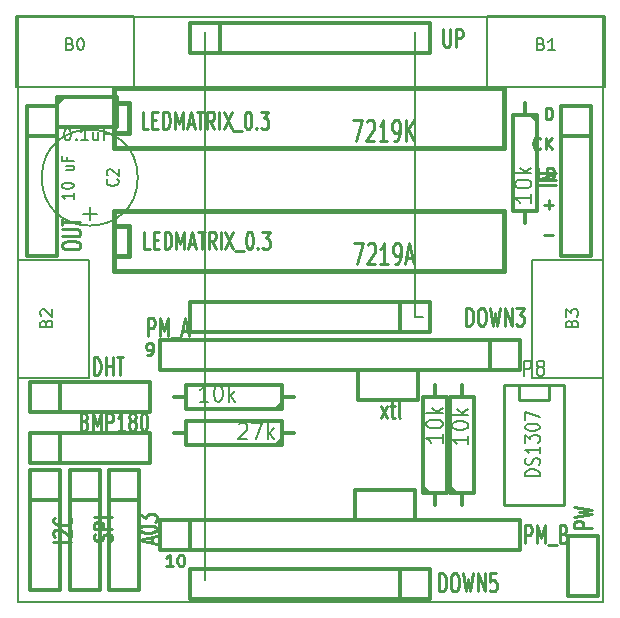
<source format=gto>
G04 (created by PCBNEW (2013-07-07 BZR 4022)-stable) date 01/06/2014 15:28:08*
%MOIN*%
G04 Gerber Fmt 3.4, Leading zero omitted, Abs format*
%FSLAX34Y34*%
G01*
G70*
G90*
G04 APERTURE LIST*
%ADD10C,0.00590551*%
%ADD11C,0.00984252*%
%ADD12C,0.00787402*%
%ADD13C,0.012*%
%ADD14C,0.015*%
%ADD15C,0.008*%
%ADD16C,0.01*%
%ADD17C,0.01125*%
G04 APERTURE END LIST*
G54D10*
G54D11*
X76856Y-32489D02*
X76669Y-32489D01*
X76669Y-31898D01*
X76987Y-32179D02*
X77118Y-32179D01*
X77175Y-32489D02*
X76987Y-32489D01*
X76987Y-31898D01*
X77175Y-31898D01*
X77343Y-32489D02*
X77343Y-31898D01*
X77437Y-31898D01*
X77493Y-31926D01*
X77531Y-31982D01*
X77550Y-32039D01*
X77568Y-32151D01*
X77568Y-32235D01*
X77550Y-32348D01*
X77531Y-32404D01*
X77493Y-32460D01*
X77437Y-32489D01*
X77343Y-32489D01*
X77737Y-32489D02*
X77737Y-31898D01*
X77868Y-32320D01*
X78000Y-31898D01*
X78000Y-32489D01*
X78168Y-32320D02*
X78356Y-32320D01*
X78131Y-32489D02*
X78262Y-31898D01*
X78393Y-32489D01*
X78468Y-31898D02*
X78693Y-31898D01*
X78581Y-32489D02*
X78581Y-31898D01*
X79049Y-32489D02*
X78918Y-32207D01*
X78824Y-32489D02*
X78824Y-31898D01*
X78974Y-31898D01*
X79012Y-31926D01*
X79031Y-31954D01*
X79049Y-32010D01*
X79049Y-32095D01*
X79031Y-32151D01*
X79012Y-32179D01*
X78974Y-32207D01*
X78824Y-32207D01*
X79218Y-32489D02*
X79218Y-31898D01*
X79368Y-31898D02*
X79631Y-32489D01*
X79631Y-31898D02*
X79368Y-32489D01*
X79687Y-32545D02*
X79987Y-32545D01*
X80156Y-31898D02*
X80193Y-31898D01*
X80231Y-31926D01*
X80249Y-31954D01*
X80268Y-32010D01*
X80287Y-32123D01*
X80287Y-32264D01*
X80268Y-32376D01*
X80249Y-32432D01*
X80231Y-32460D01*
X80193Y-32489D01*
X80156Y-32489D01*
X80118Y-32460D01*
X80099Y-32432D01*
X80081Y-32376D01*
X80062Y-32264D01*
X80062Y-32123D01*
X80081Y-32010D01*
X80099Y-31954D01*
X80118Y-31926D01*
X80156Y-31898D01*
X80456Y-32432D02*
X80474Y-32460D01*
X80456Y-32489D01*
X80437Y-32460D01*
X80456Y-32432D01*
X80456Y-32489D01*
X80606Y-31898D02*
X80849Y-31898D01*
X80718Y-32123D01*
X80774Y-32123D01*
X80812Y-32151D01*
X80830Y-32179D01*
X80849Y-32235D01*
X80849Y-32376D01*
X80830Y-32432D01*
X80812Y-32460D01*
X80774Y-32489D01*
X80662Y-32489D01*
X80624Y-32460D01*
X80606Y-32432D01*
X76825Y-40009D02*
X76900Y-40009D01*
X76937Y-39990D01*
X76956Y-39971D01*
X76993Y-39915D01*
X77012Y-39840D01*
X77012Y-39690D01*
X76993Y-39653D01*
X76974Y-39634D01*
X76937Y-39615D01*
X76862Y-39615D01*
X76825Y-39634D01*
X76806Y-39653D01*
X76787Y-39690D01*
X76787Y-39784D01*
X76806Y-39821D01*
X76825Y-39840D01*
X76862Y-39859D01*
X76937Y-39859D01*
X76974Y-39840D01*
X76993Y-39821D01*
X77012Y-39784D01*
X77675Y-47059D02*
X77450Y-47059D01*
X77562Y-47059D02*
X77562Y-46665D01*
X77525Y-46721D01*
X77487Y-46759D01*
X77450Y-46778D01*
X77918Y-46665D02*
X77956Y-46665D01*
X77993Y-46684D01*
X78012Y-46703D01*
X78031Y-46740D01*
X78049Y-46815D01*
X78049Y-46909D01*
X78031Y-46984D01*
X78012Y-47021D01*
X77993Y-47040D01*
X77956Y-47059D01*
X77918Y-47059D01*
X77881Y-47040D01*
X77862Y-47021D01*
X77843Y-46984D01*
X77824Y-46909D01*
X77824Y-46815D01*
X77843Y-46740D01*
X77862Y-46703D01*
X77881Y-46684D01*
X77918Y-46665D01*
X90349Y-36009D02*
X90050Y-36009D01*
X90349Y-35009D02*
X90050Y-35009D01*
X90199Y-35159D02*
X90199Y-34859D01*
X90025Y-34159D02*
X89837Y-34159D01*
X89837Y-33765D01*
X90156Y-34159D02*
X90156Y-33765D01*
X90249Y-33765D01*
X90306Y-33784D01*
X90343Y-33821D01*
X90362Y-33859D01*
X90381Y-33934D01*
X90381Y-33990D01*
X90362Y-34065D01*
X90343Y-34103D01*
X90306Y-34140D01*
X90249Y-34159D01*
X90156Y-34159D01*
X89925Y-33121D02*
X89906Y-33140D01*
X89850Y-33159D01*
X89812Y-33159D01*
X89756Y-33140D01*
X89718Y-33103D01*
X89700Y-33065D01*
X89681Y-32990D01*
X89681Y-32934D01*
X89700Y-32859D01*
X89718Y-32821D01*
X89756Y-32784D01*
X89812Y-32765D01*
X89850Y-32765D01*
X89906Y-32784D01*
X89925Y-32803D01*
X90093Y-33159D02*
X90093Y-32765D01*
X90318Y-33159D02*
X90149Y-32934D01*
X90318Y-32765D02*
X90093Y-32990D01*
X90096Y-32159D02*
X90096Y-31765D01*
X90190Y-31765D01*
X90246Y-31784D01*
X90284Y-31821D01*
X90303Y-31859D01*
X90321Y-31934D01*
X90321Y-31990D01*
X90303Y-32065D01*
X90284Y-32103D01*
X90246Y-32140D01*
X90190Y-32159D01*
X90096Y-32159D01*
X76906Y-36489D02*
X76719Y-36489D01*
X76719Y-35898D01*
X77037Y-36179D02*
X77168Y-36179D01*
X77225Y-36489D02*
X77037Y-36489D01*
X77037Y-35898D01*
X77225Y-35898D01*
X77393Y-36489D02*
X77393Y-35898D01*
X77487Y-35898D01*
X77543Y-35926D01*
X77581Y-35982D01*
X77600Y-36039D01*
X77618Y-36151D01*
X77618Y-36235D01*
X77600Y-36348D01*
X77581Y-36404D01*
X77543Y-36460D01*
X77487Y-36489D01*
X77393Y-36489D01*
X77787Y-36489D02*
X77787Y-35898D01*
X77918Y-36320D01*
X78050Y-35898D01*
X78050Y-36489D01*
X78218Y-36320D02*
X78406Y-36320D01*
X78181Y-36489D02*
X78312Y-35898D01*
X78443Y-36489D01*
X78518Y-35898D02*
X78743Y-35898D01*
X78631Y-36489D02*
X78631Y-35898D01*
X79099Y-36489D02*
X78968Y-36207D01*
X78874Y-36489D02*
X78874Y-35898D01*
X79024Y-35898D01*
X79062Y-35926D01*
X79081Y-35954D01*
X79099Y-36010D01*
X79099Y-36095D01*
X79081Y-36151D01*
X79062Y-36179D01*
X79024Y-36207D01*
X78874Y-36207D01*
X79268Y-36489D02*
X79268Y-35898D01*
X79418Y-35898D02*
X79681Y-36489D01*
X79681Y-35898D02*
X79418Y-36489D01*
X79737Y-36545D02*
X80037Y-36545D01*
X80206Y-35898D02*
X80243Y-35898D01*
X80281Y-35926D01*
X80299Y-35954D01*
X80318Y-36010D01*
X80337Y-36123D01*
X80337Y-36264D01*
X80318Y-36376D01*
X80299Y-36432D01*
X80281Y-36460D01*
X80243Y-36489D01*
X80206Y-36489D01*
X80168Y-36460D01*
X80149Y-36432D01*
X80131Y-36376D01*
X80112Y-36264D01*
X80112Y-36123D01*
X80131Y-36010D01*
X80149Y-35954D01*
X80168Y-35926D01*
X80206Y-35898D01*
X80506Y-36432D02*
X80524Y-36460D01*
X80506Y-36489D01*
X80487Y-36460D01*
X80506Y-36432D01*
X80506Y-36489D01*
X80656Y-35898D02*
X80899Y-35898D01*
X80768Y-36123D01*
X80824Y-36123D01*
X80862Y-36151D01*
X80880Y-36179D01*
X80899Y-36235D01*
X80899Y-36376D01*
X80880Y-36432D01*
X80862Y-36460D01*
X80824Y-36489D01*
X80712Y-36489D01*
X80674Y-36460D01*
X80656Y-36432D01*
G54D12*
X92000Y-28750D02*
X72500Y-28750D01*
X92000Y-48250D02*
X92000Y-28750D01*
X72500Y-48250D02*
X92000Y-48250D01*
X72500Y-28750D02*
X72500Y-48250D01*
X85750Y-38750D02*
X86000Y-38750D01*
X85750Y-29250D02*
X85750Y-38750D01*
X78750Y-29250D02*
X78750Y-47500D01*
G54D13*
X78250Y-28950D02*
X86250Y-28950D01*
X86250Y-28950D02*
X86250Y-29950D01*
X86250Y-29950D02*
X78250Y-29950D01*
X78250Y-29950D02*
X78250Y-28950D01*
X79250Y-29950D02*
X79250Y-28950D01*
X86250Y-48150D02*
X78250Y-48150D01*
X78250Y-48150D02*
X78250Y-47150D01*
X78250Y-47150D02*
X86250Y-47150D01*
X86250Y-47150D02*
X86250Y-48150D01*
X85250Y-47150D02*
X85250Y-48150D01*
X89400Y-31600D02*
X89400Y-32000D01*
X89400Y-32000D02*
X89800Y-32000D01*
X89800Y-32000D02*
X89800Y-35200D01*
X89800Y-35200D02*
X89000Y-35200D01*
X89000Y-35200D02*
X89000Y-32000D01*
X89000Y-32000D02*
X89400Y-32000D01*
X89600Y-32000D02*
X89800Y-32200D01*
X89400Y-35600D02*
X89400Y-35200D01*
X81700Y-42600D02*
X81300Y-42600D01*
X81300Y-42600D02*
X81300Y-43000D01*
X81300Y-43000D02*
X78100Y-43000D01*
X78100Y-43000D02*
X78100Y-42200D01*
X78100Y-42200D02*
X81300Y-42200D01*
X81300Y-42200D02*
X81300Y-42600D01*
X81300Y-42800D02*
X81100Y-43000D01*
X77700Y-42600D02*
X78100Y-42600D01*
G54D14*
X75700Y-31600D02*
X76200Y-31600D01*
X76200Y-31600D02*
X76200Y-32600D01*
X76200Y-32600D02*
X75700Y-32600D01*
X75700Y-32600D02*
X75700Y-32600D01*
X75700Y-31100D02*
X88700Y-31100D01*
X88700Y-31100D02*
X88700Y-33100D01*
X88700Y-33100D02*
X75700Y-33100D01*
X75700Y-33100D02*
X75700Y-31100D01*
G54D15*
X76500Y-34100D02*
G75*
G03X76500Y-34100I-1600J0D01*
G74*
G01*
G54D13*
X73820Y-31400D02*
X75800Y-31400D01*
X75800Y-31400D02*
X75800Y-32400D01*
X75800Y-32400D02*
X73800Y-32400D01*
X73800Y-32400D02*
X73800Y-31400D01*
X73800Y-31650D02*
X74050Y-31400D01*
X86250Y-39250D02*
X78250Y-39250D01*
X78250Y-39250D02*
X78250Y-38250D01*
X78250Y-38250D02*
X86250Y-38250D01*
X86250Y-38250D02*
X86250Y-39250D01*
X85250Y-38250D02*
X85250Y-39250D01*
X77250Y-46500D02*
X77250Y-46500D01*
X77250Y-46500D02*
X77250Y-45500D01*
X77250Y-45500D02*
X87250Y-45500D01*
X87250Y-46500D02*
X77250Y-46500D01*
X78250Y-46500D02*
X78250Y-45500D01*
X87250Y-45500D02*
X89000Y-45500D01*
X89000Y-45500D02*
X89250Y-45500D01*
X89250Y-45500D02*
X89250Y-46500D01*
X89250Y-46500D02*
X87250Y-46500D01*
X89250Y-39500D02*
X89250Y-39500D01*
X89250Y-39500D02*
X89250Y-40500D01*
X89250Y-40500D02*
X79250Y-40500D01*
X79250Y-39500D02*
X89250Y-39500D01*
X88250Y-39500D02*
X88250Y-40500D01*
X79250Y-40500D02*
X77500Y-40500D01*
X77500Y-40500D02*
X77250Y-40500D01*
X77250Y-40500D02*
X77250Y-39500D01*
X77250Y-39500D02*
X79250Y-39500D01*
G54D14*
X75700Y-35700D02*
X76200Y-35700D01*
X76200Y-35700D02*
X76200Y-36700D01*
X76200Y-36700D02*
X75700Y-36700D01*
X75700Y-36700D02*
X75700Y-36700D01*
X75700Y-35200D02*
X88700Y-35200D01*
X88700Y-35200D02*
X88700Y-37200D01*
X88700Y-37200D02*
X75700Y-37200D01*
X75700Y-37200D02*
X75700Y-35200D01*
G54D13*
X72900Y-42600D02*
X72900Y-42600D01*
X72900Y-43600D02*
X72900Y-42600D01*
X72900Y-42600D02*
X72900Y-42600D01*
X72900Y-42600D02*
X76900Y-42600D01*
X76900Y-42600D02*
X76900Y-43600D01*
X76900Y-43600D02*
X72900Y-43600D01*
X73900Y-43600D02*
X73900Y-42600D01*
X83750Y-45500D02*
X83750Y-44500D01*
X83750Y-44500D02*
X85750Y-44500D01*
X85750Y-44500D02*
X85750Y-45500D01*
X85750Y-45500D02*
X83750Y-45500D01*
X81700Y-41400D02*
X81300Y-41400D01*
X81300Y-41400D02*
X81300Y-41800D01*
X81300Y-41800D02*
X78100Y-41800D01*
X78100Y-41800D02*
X78100Y-41000D01*
X78100Y-41000D02*
X81300Y-41000D01*
X81300Y-41000D02*
X81300Y-41400D01*
X81300Y-41600D02*
X81100Y-41800D01*
X77700Y-41400D02*
X78100Y-41400D01*
X87300Y-45000D02*
X87300Y-44600D01*
X87300Y-44600D02*
X86900Y-44600D01*
X86900Y-44600D02*
X86900Y-41400D01*
X86900Y-41400D02*
X87700Y-41400D01*
X87700Y-41400D02*
X87700Y-44600D01*
X87700Y-44600D02*
X87300Y-44600D01*
X87100Y-44600D02*
X86900Y-44400D01*
X87300Y-41000D02*
X87300Y-41400D01*
X86400Y-45000D02*
X86400Y-44600D01*
X86400Y-44600D02*
X86000Y-44600D01*
X86000Y-44600D02*
X86000Y-41400D01*
X86000Y-41400D02*
X86800Y-41400D01*
X86800Y-41400D02*
X86800Y-44600D01*
X86800Y-44600D02*
X86400Y-44600D01*
X86200Y-44600D02*
X86000Y-44400D01*
X86400Y-41000D02*
X86400Y-41400D01*
G54D16*
X90200Y-41000D02*
X90200Y-41500D01*
X90200Y-41500D02*
X89200Y-41500D01*
X89200Y-41500D02*
X89200Y-41000D01*
X90700Y-41000D02*
X90700Y-45000D01*
X90700Y-45000D02*
X88700Y-45000D01*
X88700Y-45000D02*
X88700Y-41000D01*
X88700Y-41000D02*
X90700Y-41000D01*
G54D13*
X72900Y-40900D02*
X72900Y-40900D01*
X72900Y-41900D02*
X72900Y-40900D01*
X72900Y-40900D02*
X72900Y-40900D01*
X72900Y-40900D02*
X76900Y-40900D01*
X76900Y-40900D02*
X76900Y-41900D01*
X76900Y-41900D02*
X72900Y-41900D01*
X73900Y-41900D02*
X73900Y-40900D01*
G54D10*
X89634Y-40768D02*
X91996Y-40768D01*
X91996Y-40768D02*
X91996Y-36831D01*
X91996Y-36831D02*
X89634Y-36831D01*
X89634Y-36831D02*
X89634Y-40768D01*
X74865Y-36831D02*
X72503Y-36831D01*
X72503Y-36831D02*
X72503Y-40768D01*
X72503Y-40768D02*
X74865Y-40768D01*
X74865Y-40768D02*
X74865Y-36831D01*
X92068Y-31065D02*
X92068Y-28703D01*
X92068Y-28703D02*
X88131Y-28703D01*
X88131Y-28703D02*
X88131Y-31065D01*
X88131Y-31065D02*
X92068Y-31065D01*
X76368Y-31065D02*
X76368Y-28703D01*
X76368Y-28703D02*
X72431Y-28703D01*
X72431Y-28703D02*
X72431Y-31065D01*
X72431Y-31065D02*
X76368Y-31065D01*
G54D13*
X72800Y-31700D02*
X73800Y-31700D01*
X73800Y-31700D02*
X73800Y-36700D01*
X73800Y-36700D02*
X72800Y-36700D01*
X72800Y-36700D02*
X72800Y-31700D01*
X72800Y-32700D02*
X73800Y-32700D01*
X90600Y-31700D02*
X91600Y-31700D01*
X91600Y-31700D02*
X91600Y-36700D01*
X91600Y-36700D02*
X90600Y-36700D01*
X90600Y-36700D02*
X90600Y-31700D01*
X90600Y-32700D02*
X91600Y-32700D01*
X73900Y-43850D02*
X73900Y-43850D01*
X72900Y-43850D02*
X73900Y-43850D01*
X73900Y-43850D02*
X73900Y-43850D01*
X73900Y-43850D02*
X73900Y-47850D01*
X73900Y-47850D02*
X72900Y-47850D01*
X72900Y-47850D02*
X72900Y-43850D01*
X72900Y-44850D02*
X73900Y-44850D01*
X75250Y-43850D02*
X75250Y-43850D01*
X74250Y-43850D02*
X75250Y-43850D01*
X75250Y-43850D02*
X75250Y-43850D01*
X75250Y-43850D02*
X75250Y-47850D01*
X75250Y-47850D02*
X74250Y-47850D01*
X74250Y-47850D02*
X74250Y-43850D01*
X74250Y-44850D02*
X75250Y-44850D01*
X76550Y-43850D02*
X76550Y-43850D01*
X75550Y-43850D02*
X76550Y-43850D01*
X76550Y-43850D02*
X76550Y-43850D01*
X76550Y-43850D02*
X76550Y-47850D01*
X76550Y-47850D02*
X75550Y-47850D01*
X75550Y-47850D02*
X75550Y-43850D01*
X75550Y-44850D02*
X76550Y-44850D01*
X83850Y-41500D02*
X83850Y-40500D01*
X83850Y-40500D02*
X85850Y-40500D01*
X85850Y-40500D02*
X85850Y-41500D01*
X85850Y-41500D02*
X83850Y-41500D01*
X90850Y-46050D02*
X91850Y-46050D01*
X91850Y-46050D02*
X91850Y-48050D01*
X91850Y-48050D02*
X90850Y-48050D01*
X90850Y-48050D02*
X90850Y-46050D01*
G54D16*
X86685Y-29142D02*
X86685Y-29628D01*
X86704Y-29685D01*
X86723Y-29714D01*
X86761Y-29742D01*
X86838Y-29742D01*
X86876Y-29714D01*
X86895Y-29685D01*
X86914Y-29628D01*
X86914Y-29142D01*
X87104Y-29742D02*
X87104Y-29142D01*
X87257Y-29142D01*
X87295Y-29171D01*
X87314Y-29200D01*
X87333Y-29257D01*
X87333Y-29342D01*
X87314Y-29400D01*
X87295Y-29428D01*
X87257Y-29457D01*
X87104Y-29457D01*
G54D13*
G54D16*
X86557Y-47892D02*
X86557Y-47292D01*
X86652Y-47292D01*
X86709Y-47321D01*
X86747Y-47378D01*
X86766Y-47435D01*
X86785Y-47550D01*
X86785Y-47635D01*
X86766Y-47750D01*
X86747Y-47807D01*
X86709Y-47864D01*
X86652Y-47892D01*
X86557Y-47892D01*
X87033Y-47292D02*
X87109Y-47292D01*
X87147Y-47321D01*
X87185Y-47378D01*
X87204Y-47492D01*
X87204Y-47692D01*
X87185Y-47807D01*
X87147Y-47864D01*
X87109Y-47892D01*
X87033Y-47892D01*
X86995Y-47864D01*
X86957Y-47807D01*
X86938Y-47692D01*
X86938Y-47492D01*
X86957Y-47378D01*
X86995Y-47321D01*
X87033Y-47292D01*
X87338Y-47292D02*
X87433Y-47892D01*
X87509Y-47464D01*
X87585Y-47892D01*
X87680Y-47292D01*
X87833Y-47892D02*
X87833Y-47292D01*
X88061Y-47892D01*
X88061Y-47292D01*
X88442Y-47292D02*
X88252Y-47292D01*
X88233Y-47578D01*
X88252Y-47550D01*
X88290Y-47521D01*
X88385Y-47521D01*
X88423Y-47550D01*
X88442Y-47578D01*
X88461Y-47635D01*
X88461Y-47778D01*
X88442Y-47835D01*
X88423Y-47864D01*
X88385Y-47892D01*
X88290Y-47892D01*
X88252Y-47864D01*
X88233Y-47835D01*
G54D13*
G54D15*
X89622Y-34647D02*
X89622Y-34933D01*
X89622Y-34790D02*
X89072Y-34790D01*
X89151Y-34838D01*
X89203Y-34885D01*
X89229Y-34933D01*
X89072Y-34338D02*
X89072Y-34290D01*
X89098Y-34242D01*
X89125Y-34219D01*
X89177Y-34195D01*
X89282Y-34171D01*
X89413Y-34171D01*
X89517Y-34195D01*
X89570Y-34219D01*
X89596Y-34242D01*
X89622Y-34290D01*
X89622Y-34338D01*
X89596Y-34385D01*
X89570Y-34409D01*
X89517Y-34433D01*
X89413Y-34457D01*
X89282Y-34457D01*
X89177Y-34433D01*
X89125Y-34409D01*
X89098Y-34385D01*
X89072Y-34338D01*
X89622Y-33957D02*
X89072Y-33957D01*
X89413Y-33909D02*
X89622Y-33766D01*
X89255Y-33766D02*
X89465Y-33957D01*
X79866Y-42325D02*
X79890Y-42298D01*
X79938Y-42272D01*
X80057Y-42272D01*
X80104Y-42298D01*
X80128Y-42325D01*
X80152Y-42377D01*
X80152Y-42429D01*
X80128Y-42508D01*
X79842Y-42822D01*
X80152Y-42822D01*
X80319Y-42272D02*
X80652Y-42272D01*
X80438Y-42822D01*
X80842Y-42822D02*
X80842Y-42272D01*
X80890Y-42613D02*
X81033Y-42822D01*
X81033Y-42455D02*
X80842Y-42665D01*
G54D17*
X83682Y-32183D02*
X83982Y-32183D01*
X83789Y-32883D01*
X84132Y-32250D02*
X84153Y-32216D01*
X84196Y-32183D01*
X84303Y-32183D01*
X84346Y-32216D01*
X84367Y-32250D01*
X84389Y-32316D01*
X84389Y-32383D01*
X84367Y-32483D01*
X84110Y-32883D01*
X84389Y-32883D01*
X84817Y-32883D02*
X84560Y-32883D01*
X84689Y-32883D02*
X84689Y-32183D01*
X84646Y-32283D01*
X84603Y-32350D01*
X84560Y-32383D01*
X85032Y-32883D02*
X85117Y-32883D01*
X85160Y-32850D01*
X85182Y-32816D01*
X85225Y-32716D01*
X85246Y-32583D01*
X85246Y-32316D01*
X85225Y-32250D01*
X85203Y-32216D01*
X85160Y-32183D01*
X85075Y-32183D01*
X85032Y-32216D01*
X85010Y-32250D01*
X84989Y-32316D01*
X84989Y-32483D01*
X85010Y-32550D01*
X85032Y-32583D01*
X85075Y-32616D01*
X85160Y-32616D01*
X85203Y-32583D01*
X85225Y-32550D01*
X85246Y-32483D01*
X85439Y-32883D02*
X85439Y-32183D01*
X85696Y-32883D02*
X85503Y-32483D01*
X85696Y-32183D02*
X85439Y-32583D01*
G54D13*
G54D15*
X75823Y-34158D02*
X75842Y-34175D01*
X75861Y-34225D01*
X75861Y-34258D01*
X75842Y-34308D01*
X75804Y-34341D01*
X75766Y-34358D01*
X75690Y-34375D01*
X75633Y-34375D01*
X75557Y-34358D01*
X75519Y-34341D01*
X75480Y-34308D01*
X75461Y-34258D01*
X75461Y-34225D01*
X75480Y-34175D01*
X75500Y-34158D01*
X75500Y-34025D02*
X75480Y-34008D01*
X75461Y-33975D01*
X75461Y-33891D01*
X75480Y-33858D01*
X75500Y-33841D01*
X75538Y-33825D01*
X75576Y-33825D01*
X75633Y-33841D01*
X75861Y-34041D01*
X75861Y-33825D01*
X74362Y-34608D02*
X74362Y-34808D01*
X74362Y-34708D02*
X73962Y-34708D01*
X74020Y-34741D01*
X74058Y-34775D01*
X74077Y-34808D01*
X73962Y-34391D02*
X73962Y-34358D01*
X73981Y-34325D01*
X74001Y-34308D01*
X74039Y-34291D01*
X74115Y-34275D01*
X74210Y-34275D01*
X74286Y-34291D01*
X74324Y-34308D01*
X74343Y-34325D01*
X74362Y-34358D01*
X74362Y-34391D01*
X74343Y-34425D01*
X74324Y-34441D01*
X74286Y-34458D01*
X74210Y-34475D01*
X74115Y-34475D01*
X74039Y-34458D01*
X74001Y-34441D01*
X73981Y-34425D01*
X73962Y-34391D01*
X74096Y-33708D02*
X74362Y-33708D01*
X74096Y-33858D02*
X74305Y-33858D01*
X74343Y-33841D01*
X74362Y-33808D01*
X74362Y-33758D01*
X74343Y-33725D01*
X74324Y-33708D01*
X74153Y-33425D02*
X74153Y-33541D01*
X74362Y-33541D02*
X73962Y-33541D01*
X73962Y-33375D01*
X74914Y-35527D02*
X74914Y-35070D01*
X75142Y-35298D02*
X74685Y-35298D01*
X74142Y-32461D02*
X74180Y-32461D01*
X74219Y-32480D01*
X74238Y-32500D01*
X74257Y-32538D01*
X74276Y-32614D01*
X74276Y-32709D01*
X74257Y-32785D01*
X74238Y-32823D01*
X74219Y-32842D01*
X74180Y-32861D01*
X74142Y-32861D01*
X74104Y-32842D01*
X74085Y-32823D01*
X74066Y-32785D01*
X74047Y-32709D01*
X74047Y-32614D01*
X74066Y-32538D01*
X74085Y-32500D01*
X74104Y-32480D01*
X74142Y-32461D01*
X74447Y-32823D02*
X74466Y-32842D01*
X74447Y-32861D01*
X74428Y-32842D01*
X74447Y-32823D01*
X74447Y-32861D01*
X74847Y-32861D02*
X74619Y-32861D01*
X74733Y-32861D02*
X74733Y-32461D01*
X74695Y-32519D01*
X74657Y-32557D01*
X74619Y-32576D01*
X75190Y-32595D02*
X75190Y-32861D01*
X75019Y-32595D02*
X75019Y-32804D01*
X75038Y-32842D01*
X75076Y-32861D01*
X75133Y-32861D01*
X75171Y-32842D01*
X75190Y-32823D01*
X75514Y-32652D02*
X75380Y-32652D01*
X75380Y-32861D02*
X75380Y-32461D01*
X75571Y-32461D01*
G54D16*
X87457Y-39042D02*
X87457Y-38442D01*
X87552Y-38442D01*
X87609Y-38471D01*
X87647Y-38528D01*
X87666Y-38585D01*
X87685Y-38700D01*
X87685Y-38785D01*
X87666Y-38900D01*
X87647Y-38957D01*
X87609Y-39014D01*
X87552Y-39042D01*
X87457Y-39042D01*
X87933Y-38442D02*
X88009Y-38442D01*
X88047Y-38471D01*
X88085Y-38528D01*
X88104Y-38642D01*
X88104Y-38842D01*
X88085Y-38957D01*
X88047Y-39014D01*
X88009Y-39042D01*
X87933Y-39042D01*
X87895Y-39014D01*
X87857Y-38957D01*
X87838Y-38842D01*
X87838Y-38642D01*
X87857Y-38528D01*
X87895Y-38471D01*
X87933Y-38442D01*
X88238Y-38442D02*
X88333Y-39042D01*
X88409Y-38614D01*
X88485Y-39042D01*
X88580Y-38442D01*
X88733Y-39042D02*
X88733Y-38442D01*
X88961Y-39042D01*
X88961Y-38442D01*
X89114Y-38442D02*
X89361Y-38442D01*
X89228Y-38671D01*
X89285Y-38671D01*
X89323Y-38700D01*
X89342Y-38728D01*
X89361Y-38785D01*
X89361Y-38928D01*
X89342Y-38985D01*
X89323Y-39014D01*
X89285Y-39042D01*
X89171Y-39042D01*
X89133Y-39014D01*
X89114Y-38985D01*
G54D13*
G54D16*
X89414Y-46292D02*
X89414Y-45692D01*
X89566Y-45692D01*
X89604Y-45721D01*
X89623Y-45750D01*
X89642Y-45807D01*
X89642Y-45892D01*
X89623Y-45950D01*
X89604Y-45978D01*
X89566Y-46007D01*
X89414Y-46007D01*
X89814Y-46292D02*
X89814Y-45692D01*
X89947Y-46121D01*
X90080Y-45692D01*
X90080Y-46292D01*
X90176Y-46350D02*
X90480Y-46350D01*
X90709Y-45978D02*
X90766Y-46007D01*
X90785Y-46035D01*
X90804Y-46092D01*
X90804Y-46178D01*
X90785Y-46235D01*
X90766Y-46264D01*
X90728Y-46292D01*
X90576Y-46292D01*
X90576Y-45692D01*
X90709Y-45692D01*
X90747Y-45721D01*
X90766Y-45750D01*
X90785Y-45807D01*
X90785Y-45864D01*
X90766Y-45921D01*
X90747Y-45950D01*
X90709Y-45978D01*
X90576Y-45978D01*
G54D13*
G54D16*
X76842Y-39392D02*
X76842Y-38792D01*
X76995Y-38792D01*
X77033Y-38821D01*
X77052Y-38850D01*
X77071Y-38907D01*
X77071Y-38992D01*
X77052Y-39050D01*
X77033Y-39078D01*
X76995Y-39107D01*
X76842Y-39107D01*
X77242Y-39392D02*
X77242Y-38792D01*
X77376Y-39221D01*
X77509Y-38792D01*
X77509Y-39392D01*
X77604Y-39450D02*
X77909Y-39450D01*
X77985Y-39221D02*
X78176Y-39221D01*
X77947Y-39392D02*
X78080Y-38792D01*
X78214Y-39392D01*
G54D13*
G54D17*
X83714Y-36283D02*
X84014Y-36283D01*
X83821Y-36983D01*
X84164Y-36350D02*
X84185Y-36316D01*
X84228Y-36283D01*
X84335Y-36283D01*
X84378Y-36316D01*
X84400Y-36350D01*
X84421Y-36416D01*
X84421Y-36483D01*
X84400Y-36583D01*
X84142Y-36983D01*
X84421Y-36983D01*
X84850Y-36983D02*
X84592Y-36983D01*
X84721Y-36983D02*
X84721Y-36283D01*
X84678Y-36383D01*
X84635Y-36450D01*
X84592Y-36483D01*
X85064Y-36983D02*
X85150Y-36983D01*
X85192Y-36950D01*
X85214Y-36916D01*
X85257Y-36816D01*
X85278Y-36683D01*
X85278Y-36416D01*
X85257Y-36350D01*
X85235Y-36316D01*
X85192Y-36283D01*
X85107Y-36283D01*
X85064Y-36316D01*
X85042Y-36350D01*
X85021Y-36416D01*
X85021Y-36583D01*
X85042Y-36650D01*
X85064Y-36683D01*
X85107Y-36716D01*
X85192Y-36716D01*
X85235Y-36683D01*
X85257Y-36650D01*
X85278Y-36583D01*
X85449Y-36783D02*
X85664Y-36783D01*
X85407Y-36983D02*
X85557Y-36283D01*
X85707Y-36983D01*
G54D13*
G54D16*
X74728Y-42228D02*
X74785Y-42257D01*
X74804Y-42285D01*
X74823Y-42342D01*
X74823Y-42428D01*
X74804Y-42485D01*
X74785Y-42514D01*
X74747Y-42542D01*
X74595Y-42542D01*
X74595Y-41942D01*
X74728Y-41942D01*
X74766Y-41971D01*
X74785Y-42000D01*
X74804Y-42057D01*
X74804Y-42114D01*
X74785Y-42171D01*
X74766Y-42200D01*
X74728Y-42228D01*
X74595Y-42228D01*
X74995Y-42542D02*
X74995Y-41942D01*
X75128Y-42371D01*
X75261Y-41942D01*
X75261Y-42542D01*
X75452Y-42542D02*
X75452Y-41942D01*
X75604Y-41942D01*
X75642Y-41971D01*
X75661Y-42000D01*
X75680Y-42057D01*
X75680Y-42142D01*
X75661Y-42200D01*
X75642Y-42228D01*
X75604Y-42257D01*
X75452Y-42257D01*
X76061Y-42542D02*
X75833Y-42542D01*
X75947Y-42542D02*
X75947Y-41942D01*
X75909Y-42028D01*
X75871Y-42085D01*
X75833Y-42114D01*
X76290Y-42200D02*
X76252Y-42171D01*
X76233Y-42142D01*
X76214Y-42085D01*
X76214Y-42057D01*
X76233Y-42000D01*
X76252Y-41971D01*
X76290Y-41942D01*
X76366Y-41942D01*
X76404Y-41971D01*
X76423Y-42000D01*
X76442Y-42057D01*
X76442Y-42085D01*
X76423Y-42142D01*
X76404Y-42171D01*
X76366Y-42200D01*
X76290Y-42200D01*
X76252Y-42228D01*
X76233Y-42257D01*
X76214Y-42314D01*
X76214Y-42428D01*
X76233Y-42485D01*
X76252Y-42514D01*
X76290Y-42542D01*
X76366Y-42542D01*
X76404Y-42514D01*
X76423Y-42485D01*
X76442Y-42428D01*
X76442Y-42314D01*
X76423Y-42257D01*
X76404Y-42228D01*
X76366Y-42200D01*
X76690Y-41942D02*
X76728Y-41942D01*
X76766Y-41971D01*
X76785Y-42000D01*
X76804Y-42057D01*
X76823Y-42171D01*
X76823Y-42314D01*
X76804Y-42428D01*
X76785Y-42485D01*
X76766Y-42514D01*
X76728Y-42542D01*
X76690Y-42542D01*
X76652Y-42514D01*
X76633Y-42485D01*
X76614Y-42428D01*
X76595Y-42314D01*
X76595Y-42171D01*
X76614Y-42057D01*
X76633Y-42000D01*
X76652Y-41971D01*
X76690Y-41942D01*
G54D15*
X78852Y-41572D02*
X78566Y-41572D01*
X78709Y-41572D02*
X78709Y-41022D01*
X78661Y-41101D01*
X78614Y-41153D01*
X78566Y-41179D01*
X79161Y-41022D02*
X79209Y-41022D01*
X79257Y-41048D01*
X79280Y-41075D01*
X79304Y-41127D01*
X79328Y-41232D01*
X79328Y-41363D01*
X79304Y-41467D01*
X79280Y-41520D01*
X79257Y-41546D01*
X79209Y-41572D01*
X79161Y-41572D01*
X79114Y-41546D01*
X79090Y-41520D01*
X79066Y-41467D01*
X79042Y-41363D01*
X79042Y-41232D01*
X79066Y-41127D01*
X79090Y-41075D01*
X79114Y-41048D01*
X79161Y-41022D01*
X79542Y-41572D02*
X79542Y-41022D01*
X79590Y-41363D02*
X79733Y-41572D01*
X79733Y-41205D02*
X79542Y-41415D01*
X87522Y-42697D02*
X87522Y-42983D01*
X87522Y-42840D02*
X86972Y-42840D01*
X87051Y-42888D01*
X87103Y-42935D01*
X87129Y-42983D01*
X86972Y-42388D02*
X86972Y-42340D01*
X86998Y-42292D01*
X87025Y-42269D01*
X87077Y-42245D01*
X87182Y-42221D01*
X87313Y-42221D01*
X87417Y-42245D01*
X87470Y-42269D01*
X87496Y-42292D01*
X87522Y-42340D01*
X87522Y-42388D01*
X87496Y-42435D01*
X87470Y-42459D01*
X87417Y-42483D01*
X87313Y-42507D01*
X87182Y-42507D01*
X87077Y-42483D01*
X87025Y-42459D01*
X86998Y-42435D01*
X86972Y-42388D01*
X87522Y-42007D02*
X86972Y-42007D01*
X87313Y-41959D02*
X87522Y-41816D01*
X87155Y-41816D02*
X87365Y-42007D01*
X86672Y-42647D02*
X86672Y-42933D01*
X86672Y-42790D02*
X86122Y-42790D01*
X86201Y-42838D01*
X86253Y-42885D01*
X86279Y-42933D01*
X86122Y-42338D02*
X86122Y-42290D01*
X86148Y-42242D01*
X86175Y-42219D01*
X86227Y-42195D01*
X86332Y-42171D01*
X86463Y-42171D01*
X86567Y-42195D01*
X86620Y-42219D01*
X86646Y-42242D01*
X86672Y-42290D01*
X86672Y-42338D01*
X86646Y-42385D01*
X86620Y-42409D01*
X86567Y-42433D01*
X86463Y-42457D01*
X86332Y-42457D01*
X86227Y-42433D01*
X86175Y-42409D01*
X86148Y-42385D01*
X86122Y-42338D01*
X86672Y-41957D02*
X86122Y-41957D01*
X86463Y-41909D02*
X86672Y-41766D01*
X86305Y-41766D02*
X86515Y-41957D01*
X89367Y-40702D02*
X89367Y-40202D01*
X89539Y-40202D01*
X89582Y-40226D01*
X89603Y-40250D01*
X89625Y-40297D01*
X89625Y-40369D01*
X89603Y-40416D01*
X89582Y-40440D01*
X89539Y-40464D01*
X89367Y-40464D01*
X89882Y-40416D02*
X89839Y-40392D01*
X89817Y-40369D01*
X89796Y-40321D01*
X89796Y-40297D01*
X89817Y-40250D01*
X89839Y-40226D01*
X89882Y-40202D01*
X89967Y-40202D01*
X90010Y-40226D01*
X90032Y-40250D01*
X90053Y-40297D01*
X90053Y-40321D01*
X90032Y-40369D01*
X90010Y-40392D01*
X89967Y-40416D01*
X89882Y-40416D01*
X89839Y-40440D01*
X89817Y-40464D01*
X89796Y-40511D01*
X89796Y-40607D01*
X89817Y-40654D01*
X89839Y-40678D01*
X89882Y-40702D01*
X89967Y-40702D01*
X90010Y-40678D01*
X90032Y-40654D01*
X90053Y-40607D01*
X90053Y-40511D01*
X90032Y-40464D01*
X90010Y-40440D01*
X89967Y-40416D01*
X89902Y-44057D02*
X89402Y-44057D01*
X89402Y-43961D01*
X89426Y-43904D01*
X89473Y-43866D01*
X89521Y-43847D01*
X89616Y-43828D01*
X89688Y-43828D01*
X89783Y-43847D01*
X89830Y-43866D01*
X89878Y-43904D01*
X89902Y-43961D01*
X89902Y-44057D01*
X89878Y-43676D02*
X89902Y-43619D01*
X89902Y-43523D01*
X89878Y-43485D01*
X89854Y-43466D01*
X89807Y-43447D01*
X89759Y-43447D01*
X89711Y-43466D01*
X89688Y-43485D01*
X89664Y-43523D01*
X89640Y-43599D01*
X89616Y-43638D01*
X89592Y-43657D01*
X89545Y-43676D01*
X89497Y-43676D01*
X89450Y-43657D01*
X89426Y-43638D01*
X89402Y-43599D01*
X89402Y-43504D01*
X89426Y-43447D01*
X89902Y-43066D02*
X89902Y-43295D01*
X89902Y-43180D02*
X89402Y-43180D01*
X89473Y-43219D01*
X89521Y-43257D01*
X89545Y-43295D01*
X89402Y-42933D02*
X89402Y-42685D01*
X89592Y-42819D01*
X89592Y-42761D01*
X89616Y-42723D01*
X89640Y-42704D01*
X89688Y-42685D01*
X89807Y-42685D01*
X89854Y-42704D01*
X89878Y-42723D01*
X89902Y-42761D01*
X89902Y-42876D01*
X89878Y-42914D01*
X89854Y-42933D01*
X89402Y-42438D02*
X89402Y-42400D01*
X89426Y-42361D01*
X89450Y-42342D01*
X89497Y-42323D01*
X89592Y-42304D01*
X89711Y-42304D01*
X89807Y-42323D01*
X89854Y-42342D01*
X89878Y-42361D01*
X89902Y-42400D01*
X89902Y-42438D01*
X89878Y-42476D01*
X89854Y-42495D01*
X89807Y-42514D01*
X89711Y-42533D01*
X89592Y-42533D01*
X89497Y-42514D01*
X89450Y-42495D01*
X89426Y-42476D01*
X89402Y-42438D01*
X89402Y-42171D02*
X89402Y-41904D01*
X89902Y-42076D01*
G54D16*
X75033Y-40692D02*
X75033Y-40092D01*
X75128Y-40092D01*
X75185Y-40121D01*
X75223Y-40178D01*
X75242Y-40235D01*
X75261Y-40350D01*
X75261Y-40435D01*
X75242Y-40550D01*
X75223Y-40607D01*
X75185Y-40664D01*
X75128Y-40692D01*
X75033Y-40692D01*
X75433Y-40692D02*
X75433Y-40092D01*
X75433Y-40378D02*
X75661Y-40378D01*
X75661Y-40692D02*
X75661Y-40092D01*
X75795Y-40092D02*
X76023Y-40092D01*
X75909Y-40692D02*
X75909Y-40092D01*
G54D10*
X90965Y-38959D02*
X90984Y-38903D01*
X91003Y-38884D01*
X91040Y-38865D01*
X91096Y-38865D01*
X91134Y-38884D01*
X91153Y-38903D01*
X91171Y-38940D01*
X91171Y-39090D01*
X90778Y-39090D01*
X90778Y-38959D01*
X90797Y-38921D01*
X90815Y-38903D01*
X90853Y-38884D01*
X90890Y-38884D01*
X90928Y-38903D01*
X90946Y-38921D01*
X90965Y-38959D01*
X90965Y-39090D01*
X90778Y-38734D02*
X90778Y-38490D01*
X90928Y-38621D01*
X90928Y-38565D01*
X90946Y-38528D01*
X90965Y-38509D01*
X91003Y-38490D01*
X91096Y-38490D01*
X91134Y-38509D01*
X91153Y-38528D01*
X91171Y-38565D01*
X91171Y-38678D01*
X91153Y-38715D01*
X91134Y-38734D01*
X73440Y-38959D02*
X73459Y-38903D01*
X73478Y-38884D01*
X73515Y-38865D01*
X73571Y-38865D01*
X73609Y-38884D01*
X73628Y-38903D01*
X73646Y-38940D01*
X73646Y-39090D01*
X73253Y-39090D01*
X73253Y-38959D01*
X73271Y-38921D01*
X73290Y-38903D01*
X73328Y-38884D01*
X73365Y-38884D01*
X73403Y-38903D01*
X73421Y-38921D01*
X73440Y-38959D01*
X73440Y-39090D01*
X73290Y-38715D02*
X73271Y-38696D01*
X73253Y-38659D01*
X73253Y-38565D01*
X73271Y-38528D01*
X73290Y-38509D01*
X73328Y-38490D01*
X73365Y-38490D01*
X73421Y-38509D01*
X73646Y-38734D01*
X73646Y-38490D01*
X89940Y-29640D02*
X89996Y-29659D01*
X90015Y-29678D01*
X90034Y-29715D01*
X90034Y-29771D01*
X90015Y-29809D01*
X89996Y-29828D01*
X89959Y-29846D01*
X89809Y-29846D01*
X89809Y-29453D01*
X89940Y-29453D01*
X89978Y-29471D01*
X89996Y-29490D01*
X90015Y-29528D01*
X90015Y-29565D01*
X89996Y-29603D01*
X89978Y-29621D01*
X89940Y-29640D01*
X89809Y-29640D01*
X90409Y-29846D02*
X90184Y-29846D01*
X90296Y-29846D02*
X90296Y-29453D01*
X90259Y-29509D01*
X90221Y-29546D01*
X90184Y-29565D01*
X74240Y-29640D02*
X74296Y-29659D01*
X74315Y-29678D01*
X74334Y-29715D01*
X74334Y-29771D01*
X74315Y-29809D01*
X74296Y-29828D01*
X74259Y-29846D01*
X74109Y-29846D01*
X74109Y-29453D01*
X74240Y-29453D01*
X74278Y-29471D01*
X74296Y-29490D01*
X74315Y-29528D01*
X74315Y-29565D01*
X74296Y-29603D01*
X74278Y-29621D01*
X74240Y-29640D01*
X74109Y-29640D01*
X74578Y-29453D02*
X74615Y-29453D01*
X74653Y-29471D01*
X74671Y-29490D01*
X74690Y-29528D01*
X74709Y-29603D01*
X74709Y-29696D01*
X74690Y-29771D01*
X74671Y-29809D01*
X74653Y-29828D01*
X74615Y-29846D01*
X74578Y-29846D01*
X74540Y-29828D01*
X74521Y-29809D01*
X74503Y-29771D01*
X74484Y-29696D01*
X74484Y-29603D01*
X74503Y-29528D01*
X74521Y-29490D01*
X74540Y-29471D01*
X74578Y-29453D01*
G54D16*
X73992Y-36399D02*
X73992Y-36323D01*
X74021Y-36285D01*
X74078Y-36247D01*
X74192Y-36228D01*
X74392Y-36228D01*
X74507Y-36247D01*
X74564Y-36285D01*
X74592Y-36323D01*
X74592Y-36399D01*
X74564Y-36438D01*
X74507Y-36476D01*
X74392Y-36495D01*
X74192Y-36495D01*
X74078Y-36476D01*
X74021Y-36438D01*
X73992Y-36399D01*
X73992Y-36057D02*
X74478Y-36057D01*
X74535Y-36038D01*
X74564Y-36019D01*
X74592Y-35980D01*
X74592Y-35904D01*
X74564Y-35866D01*
X74535Y-35847D01*
X74478Y-35828D01*
X73992Y-35828D01*
X73992Y-35695D02*
X73992Y-35466D01*
X74592Y-35580D02*
X73992Y-35580D01*
X90442Y-34359D02*
X89842Y-34359D01*
X90442Y-34169D02*
X89842Y-34169D01*
X90442Y-33940D01*
X89842Y-33940D01*
X74292Y-46240D02*
X73692Y-46240D01*
X73750Y-46069D02*
X73721Y-46049D01*
X73692Y-46011D01*
X73692Y-45916D01*
X73721Y-45878D01*
X73750Y-45859D01*
X73807Y-45840D01*
X73864Y-45840D01*
X73950Y-45859D01*
X74292Y-46088D01*
X74292Y-45840D01*
X74235Y-45440D02*
X74264Y-45459D01*
X74292Y-45516D01*
X74292Y-45554D01*
X74264Y-45611D01*
X74207Y-45649D01*
X74150Y-45669D01*
X74035Y-45688D01*
X73950Y-45688D01*
X73835Y-45669D01*
X73778Y-45649D01*
X73721Y-45611D01*
X73692Y-45554D01*
X73692Y-45516D01*
X73721Y-45459D01*
X73750Y-45440D01*
X75614Y-46209D02*
X75642Y-46152D01*
X75642Y-46057D01*
X75614Y-46019D01*
X75585Y-46000D01*
X75528Y-45980D01*
X75471Y-45980D01*
X75414Y-46000D01*
X75385Y-46019D01*
X75357Y-46057D01*
X75328Y-46133D01*
X75300Y-46171D01*
X75271Y-46190D01*
X75214Y-46209D01*
X75157Y-46209D01*
X75100Y-46190D01*
X75071Y-46171D01*
X75042Y-46133D01*
X75042Y-46038D01*
X75071Y-45980D01*
X75642Y-45809D02*
X75042Y-45809D01*
X75042Y-45657D01*
X75071Y-45619D01*
X75100Y-45600D01*
X75157Y-45580D01*
X75242Y-45580D01*
X75300Y-45600D01*
X75328Y-45619D01*
X75357Y-45657D01*
X75357Y-45809D01*
X75642Y-45409D02*
X75042Y-45409D01*
X76971Y-46276D02*
X76971Y-46085D01*
X77142Y-46314D02*
X76542Y-46180D01*
X77142Y-46047D01*
X76542Y-45838D02*
X76542Y-45800D01*
X76571Y-45761D01*
X76600Y-45742D01*
X76657Y-45723D01*
X76771Y-45704D01*
X76914Y-45704D01*
X77028Y-45723D01*
X77085Y-45742D01*
X77114Y-45761D01*
X77142Y-45800D01*
X77142Y-45838D01*
X77114Y-45876D01*
X77085Y-45895D01*
X77028Y-45914D01*
X76914Y-45933D01*
X76771Y-45933D01*
X76657Y-45914D01*
X76600Y-45895D01*
X76571Y-45876D01*
X76542Y-45838D01*
X76542Y-45571D02*
X76542Y-45323D01*
X76771Y-45457D01*
X76771Y-45400D01*
X76800Y-45361D01*
X76828Y-45342D01*
X76885Y-45323D01*
X77028Y-45323D01*
X77085Y-45342D01*
X77114Y-45361D01*
X77142Y-45400D01*
X77142Y-45514D01*
X77114Y-45552D01*
X77085Y-45571D01*
X84606Y-42121D02*
X84816Y-41721D01*
X84606Y-41721D02*
X84816Y-42121D01*
X84911Y-41721D02*
X85063Y-41721D01*
X84968Y-41521D02*
X84968Y-42035D01*
X84987Y-42092D01*
X85025Y-42121D01*
X85063Y-42121D01*
X85254Y-42121D02*
X85216Y-42092D01*
X85196Y-42035D01*
X85196Y-41521D01*
X91642Y-45783D02*
X91042Y-45783D01*
X91042Y-45630D01*
X91071Y-45592D01*
X91100Y-45573D01*
X91157Y-45554D01*
X91242Y-45554D01*
X91300Y-45573D01*
X91328Y-45592D01*
X91357Y-45630D01*
X91357Y-45783D01*
X91042Y-45421D02*
X91642Y-45326D01*
X91214Y-45250D01*
X91642Y-45173D01*
X91042Y-45078D01*
M02*

</source>
